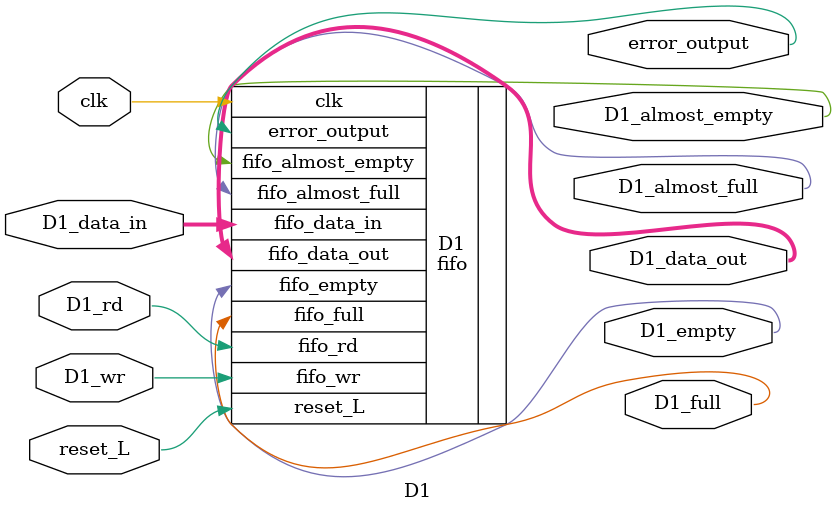
<source format=v>
`include "fifo.v"
module D1 #(
parameter		BW4=4,	// Byte/data width
parameter [3:0]	LEN=6,
parameter TOL = 1)
    (
	input				clk, reset_L,
	input				D1_wr,
	input	 [(BW4-1):0]	D1_data_in,
	input				D1_rd,
	output	[(BW4-1):0]	D1_data_out,
	output  			error_output,
	output   				D1_full,
	output   				D1_empty,
	output   				D1_almost_full,
	output   				D1_almost_empty);

fifo #(.BW(BW4), .LEN(LEN), .TOL(TOL)) D1  (
	 // Outputs
	 .fifo_data_out			(D1_data_out[(BW4-1):0]),
	 .error_output			(error_output),
	 .fifo_full			(D1_full),
	 .fifo_empty			(D1_empty),
	 .fifo_almost_full		(D1_almost_full),
	 .fifo_almost_empty		(D1_almost_empty),
	 // Inputs
	 .clk				(clk),
	 .reset_L			(reset_L),
	 .fifo_wr			(D1_wr),
	 .fifo_data_in			(D1_data_in[(BW4-1):0]),
	 .fifo_rd			(D1_rd)) ;

endmodule

</source>
